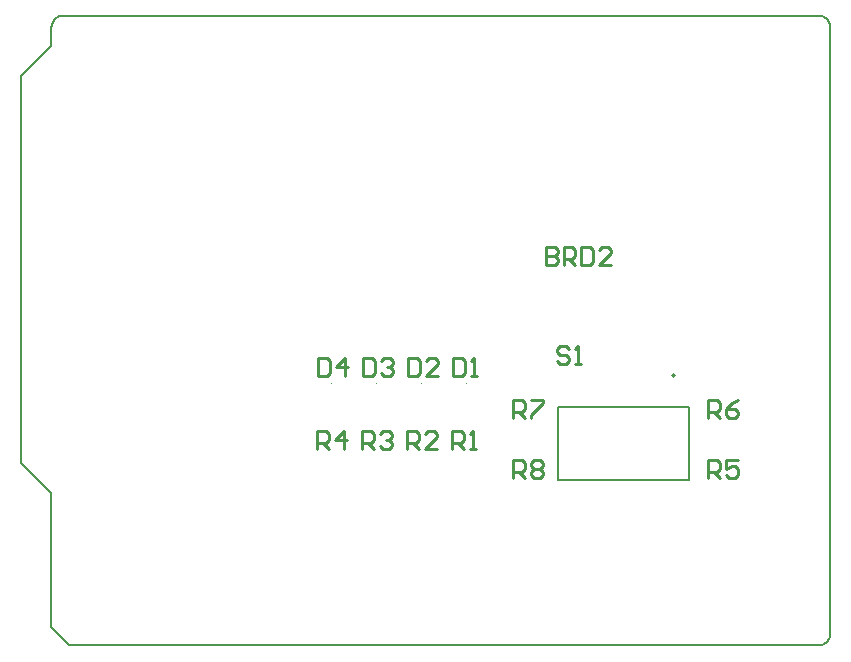
<source format=gto>
G04*
G04 #@! TF.GenerationSoftware,Altium Limited,Altium Designer,23.10.1 (27)*
G04*
G04 Layer_Color=65535*
%FSLAX44Y44*%
%MOMM*%
G71*
G04*
G04 #@! TF.SameCoordinates,07F531DC-FA92-4897-9D3F-F805C0A64ABC*
G04*
G04*
G04 #@! TF.FilePolarity,Positive*
G04*
G01*
G75*
%ADD10C,0.1000*%
%ADD11C,0.2000*%
%ADD12C,0.1270*%
%ADD13C,0.2540*%
D10*
X1010150Y654050D02*
G03*
X1010150Y654050I-500J0D01*
G01*
X1048250D02*
G03*
X1048250Y654050I-500J0D01*
G01*
X1086350D02*
G03*
X1086350Y654050I-500J0D01*
G01*
X1124450D02*
G03*
X1124450Y654050I-500J0D01*
G01*
D11*
X1300700Y660700D02*
G03*
X1300700Y660700I-1000J0D01*
G01*
D12*
X1427482Y963944D02*
X1429598Y962252D01*
X1425154Y964791D02*
X1427482Y963944D01*
X1422615Y965214D02*
X1425154Y964791D01*
X1432137Y957808D02*
X1432560Y955269D01*
X1429598Y962252D02*
X1431290Y960136D01*
X1432137Y957808D01*
X1432560Y442370D02*
Y955269D01*
X1432137Y439620D02*
X1432560Y442370D01*
X1431290Y437292D02*
X1432137Y439620D01*
X1429598Y435176D02*
X1431290Y437292D01*
X1427482Y433695D02*
X1429598Y435176D01*
X1425154Y432637D02*
X1427482Y433695D01*
X1422615Y432214D02*
X1425154Y432637D01*
X782550Y965214D02*
X1422615D01*
X780011Y964791D02*
X782550Y965214D01*
X777683Y963944D02*
X780011Y964791D01*
X775567Y962252D02*
X777683Y963944D01*
X773874Y960136D02*
X775567Y962252D01*
X773028Y957808D02*
X773874Y960136D01*
X772605Y939823D02*
Y955269D01*
X773028Y957808D01*
X787840Y432214D02*
X1422615D01*
X747214Y587099D02*
Y914432D01*
Y587099D02*
X772605Y561708D01*
X747214Y914432D02*
X772605Y939823D01*
Y447449D02*
Y561708D01*
Y447449D02*
X787840Y432214D01*
X1313100Y572200D02*
Y634200D01*
X1201500Y572200D02*
X1313100D01*
X1201500D02*
Y634200D01*
X1313100D01*
D13*
X1191269Y769617D02*
Y754382D01*
X1198887D01*
X1201426Y756922D01*
Y759461D01*
X1198887Y762000D01*
X1191269D01*
X1198887D01*
X1201426Y764539D01*
Y767078D01*
X1198887Y769617D01*
X1191269D01*
X1206504Y754382D02*
Y769617D01*
X1214122D01*
X1216661Y767078D01*
Y762000D01*
X1214122Y759461D01*
X1206504D01*
X1211582D02*
X1216661Y754382D01*
X1221739Y769617D02*
Y754382D01*
X1229357D01*
X1231896Y756922D01*
Y767078D01*
X1229357Y769617D01*
X1221739D01*
X1247131Y754382D02*
X1236974D01*
X1247131Y764539D01*
Y767078D01*
X1244592Y769617D01*
X1239513D01*
X1236974Y767078D01*
X998474Y675635D02*
Y660400D01*
X1006092D01*
X1008631Y662939D01*
Y673096D01*
X1006092Y675635D01*
X998474D01*
X1021327Y660400D02*
Y675635D01*
X1013709Y668018D01*
X1023866D01*
X1036574Y675635D02*
Y660400D01*
X1044192D01*
X1046731Y662939D01*
Y673096D01*
X1044192Y675635D01*
X1036574D01*
X1051809Y673096D02*
X1054348Y675635D01*
X1059427D01*
X1061966Y673096D01*
Y670557D01*
X1059427Y668018D01*
X1056887D01*
X1059427D01*
X1061966Y665478D01*
Y662939D01*
X1059427Y660400D01*
X1054348D01*
X1051809Y662939D01*
X1074674Y675635D02*
Y660400D01*
X1082291D01*
X1084831Y662939D01*
Y673096D01*
X1082291Y675635D01*
X1074674D01*
X1100066Y660400D02*
X1089909D01*
X1100066Y670557D01*
Y673096D01*
X1097527Y675635D01*
X1092448D01*
X1089909Y673096D01*
X1112774Y675635D02*
Y660400D01*
X1120391D01*
X1122931Y662939D01*
Y673096D01*
X1120391Y675635D01*
X1112774D01*
X1128009Y660400D02*
X1133087D01*
X1130548D01*
Y675635D01*
X1128009Y673096D01*
X1164082Y574294D02*
Y589529D01*
X1171700D01*
X1174239Y586990D01*
Y581912D01*
X1171700Y579372D01*
X1164082D01*
X1169160D02*
X1174239Y574294D01*
X1179317Y586990D02*
X1181856Y589529D01*
X1186935D01*
X1189474Y586990D01*
Y584451D01*
X1186935Y581912D01*
X1189474Y579372D01*
Y576833D01*
X1186935Y574294D01*
X1181856D01*
X1179317Y576833D01*
Y579372D01*
X1181856Y581912D01*
X1179317Y584451D01*
Y586990D01*
X1181856Y581912D02*
X1186935D01*
X1164082Y625094D02*
Y640329D01*
X1171700D01*
X1174239Y637790D01*
Y632711D01*
X1171700Y630172D01*
X1164082D01*
X1169160D02*
X1174239Y625094D01*
X1179317Y640329D02*
X1189474D01*
Y637790D01*
X1179317Y627633D01*
Y625094D01*
X1328928D02*
Y640329D01*
X1336546D01*
X1339085Y637790D01*
Y632711D01*
X1336546Y630172D01*
X1328928D01*
X1334006D02*
X1339085Y625094D01*
X1354320Y640329D02*
X1349241Y637790D01*
X1344163Y632711D01*
Y627633D01*
X1346702Y625094D01*
X1351781D01*
X1354320Y627633D01*
Y630172D01*
X1351781Y632711D01*
X1344163D01*
X1328928Y574294D02*
Y589529D01*
X1336546D01*
X1339085Y586990D01*
Y581912D01*
X1336546Y579372D01*
X1328928D01*
X1334006D02*
X1339085Y574294D01*
X1354320Y589529D02*
X1344163D01*
Y581912D01*
X1349241Y584451D01*
X1351781D01*
X1354320Y581912D01*
Y576833D01*
X1351781Y574294D01*
X1346702D01*
X1344163Y576833D01*
X1211323Y683002D02*
X1208783Y685541D01*
X1203705D01*
X1201166Y683002D01*
Y680463D01*
X1203705Y677924D01*
X1208783D01*
X1211323Y675384D01*
Y672845D01*
X1208783Y670306D01*
X1203705D01*
X1201166Y672845D01*
X1216401Y670306D02*
X1221479D01*
X1218940D01*
Y685541D01*
X1216401Y683002D01*
X997966Y598678D02*
Y613913D01*
X1005583D01*
X1008123Y611374D01*
Y606296D01*
X1005583Y603756D01*
X997966D01*
X1003044D02*
X1008123Y598678D01*
X1020819D02*
Y613913D01*
X1013201Y606296D01*
X1023358D01*
X1036066Y598678D02*
Y613913D01*
X1043683D01*
X1046223Y611374D01*
Y606296D01*
X1043683Y603756D01*
X1036066D01*
X1041144D02*
X1046223Y598678D01*
X1051301Y611374D02*
X1053840Y613913D01*
X1058919D01*
X1061458Y611374D01*
Y608835D01*
X1058919Y606296D01*
X1056379D01*
X1058919D01*
X1061458Y603756D01*
Y601217D01*
X1058919Y598678D01*
X1053840D01*
X1051301Y601217D01*
X1074166Y598932D02*
Y614167D01*
X1081784D01*
X1084323Y611628D01*
Y606549D01*
X1081784Y604010D01*
X1074166D01*
X1079244D02*
X1084323Y598932D01*
X1099558D02*
X1089401D01*
X1099558Y609089D01*
Y611628D01*
X1097019Y614167D01*
X1091940D01*
X1089401Y611628D01*
X1112266Y598678D02*
Y613913D01*
X1119883D01*
X1122423Y611374D01*
Y606296D01*
X1119883Y603756D01*
X1112266D01*
X1117344D02*
X1122423Y598678D01*
X1127501D02*
X1132579D01*
X1130040D01*
Y613913D01*
X1127501Y611374D01*
M02*

</source>
